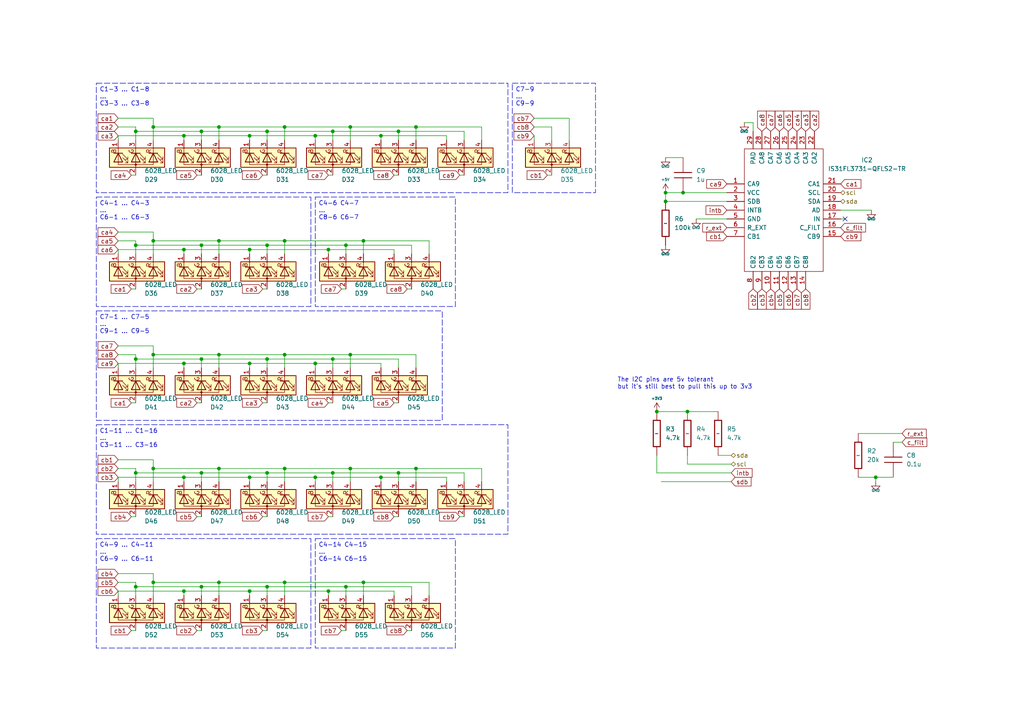
<source format=kicad_sch>
(kicad_sch (version 20230121) (generator eeschema)
  (paper "A4")
  (lib_symbols
    (symbol "Device:LED_BAGR" (pin_names (offset 0) hide)
      (property "Reference" "D" (at 0 9.398 0))
      (property "Value" "LED_BAGR" (at 0 -8.89 0))
      (symbol "LED_BAGR_0_0"
        (text "B" (at -1.905 -6.35 0) (effects (font (size 1.27 1.27))))
        (text "G" (at -1.905 -1.27 0) (effects (font (size 1.27 1.27))))
        (text "R" (at -1.905 3.81 0) (effects (font (size 1.27 1.27))))
      )
      (symbol "LED_BAGR_0_1"
        (polyline (pts (xy -1.27 -5.08) (xy -2.54 -5.08)))
        (polyline (pts (xy -1.27 -5.08) (xy 1.27 -5.08)))
        (polyline (pts (xy -1.27 -3.81) (xy -1.27 -6.35)) (stroke (width 0.254)))
        (polyline (pts (xy -1.27 0) (xy -2.54 0)))
        (polyline (pts (xy -1.27 1.27) (xy -1.27 -1.27)) (stroke (width 0.254)))
        (polyline (pts (xy -1.27 5.08) (xy -2.54 5.08)))
        (polyline (pts (xy -1.27 5.08) (xy 1.27 5.08)))
        (polyline (pts (xy -1.27 6.35) (xy -1.27 3.81)) (stroke (width 0.254)))
        (polyline (pts (xy 1.27 0) (xy -1.27 0)))
        (polyline (pts (xy 1.27 0) (xy 2.54 0)))
        (polyline (pts (xy -1.27 1.27) (xy -1.27 -1.27) (xy -1.27 -1.27)))
        (polyline (pts (xy -1.27 6.35) (xy -1.27 3.81) (xy -1.27 3.81)))
        (polyline (pts (xy 1.27 -5.08) (xy 2.032 -5.08) (xy 2.032 5.08) (xy 1.27 5.08)))
        (polyline (pts (xy 1.27 -3.81) (xy 1.27 -6.35) (xy -1.27 -5.08) (xy 1.27 -3.81)) (stroke (width 0.254)))
        (polyline (pts (xy 1.27 1.27) (xy 1.27 -1.27) (xy -1.27 0) (xy 1.27 1.27)) (stroke (width 0.254)))
        (polyline (pts (xy 1.27 6.35) (xy 1.27 3.81) (xy -1.27 5.08) (xy 1.27 6.35)) (stroke (width 0.254)))
        (polyline (pts (xy -1.016 -3.81) (xy 0.508 -2.286) (xy -0.254 -2.286) (xy 0.508 -2.286) (xy 0.508 -3.048)))
        (polyline (pts (xy -1.016 1.27) (xy 0.508 2.794) (xy -0.254 2.794) (xy 0.508 2.794) (xy 0.508 2.032)))
        (polyline (pts (xy -1.016 6.35) (xy 0.508 7.874) (xy -0.254 7.874) (xy 0.508 7.874) (xy 0.508 7.112)))
        (polyline (pts (xy 0 -3.81) (xy 1.524 -2.286) (xy 0.762 -2.286) (xy 1.524 -2.286) (xy 1.524 -3.048)))
        (polyline (pts (xy 0 1.27) (xy 1.524 2.794) (xy 0.762 2.794) (xy 1.524 2.794) (xy 1.524 2.032)))
        (polyline (pts (xy 0 6.35) (xy 1.524 7.874) (xy 0.762 7.874) (xy 1.524 7.874) (xy 1.524 7.112)))
        (rectangle (start 1.27 -1.27) (end 1.27 1.27))
        (rectangle (start 1.27 1.27) (end 1.27 1.27))
        (rectangle (start 1.27 3.81) (end 1.27 6.35))
        (rectangle (start 1.27 6.35) (end 1.27 6.35))
        (circle (center 2.032 0) (radius 0.254) (fill (type outline)))
        (rectangle (start 2.794 8.382) (end -2.794 -7.62) (stroke (width 0.254)) (fill (type background)))
      )
      (symbol "LED_BAGR_1_1"
        (pin passive line (at -5.08 -5.08 0) (length 2.54) (name "BK") (number "1"))
        (pin passive line (at 5.08 0 180) (length 2.54) (name "A") (number "2"))
        (pin passive line (at -5.08 0 0) (length 2.54) (name "GK") (number "3"))
        (pin passive line (at -5.08 5.08 0) (length 2.54) (name "RK") (number "4"))
      )
    )
    (symbol "IS31FL3731-QFLS2-TR:IS31FL3731-QFLS2-TR" (pin_names (offset 0.762))
      (property "Reference" "IC" (at 29.21 15.24 0))
      (property "Value" "IS31FL3731-QFLS2-TR" (at 29.21 12.7 0))
      (symbol "IS31FL3731-QFLS2-TR_0_0"
        (pin passive line (at 0 0 0) (length 5.08) (name "CA9") (number "1"))
        (pin passive line (at 12.7 -30.48 90) (length 5.08) (name "CB4") (number "10"))
        (pin passive line (at 15.24 -30.48 90) (length 5.08) (name "CB5") (number "11"))
        (pin passive line (at 17.78 -30.48 90) (length 5.08) (name "CB6") (number "12"))
        (pin passive line (at 20.32 -30.48 90) (length 5.08) (name "CB7") (number "13"))
        (pin passive line (at 22.86 -30.48 90) (length 5.08) (name "CB8") (number "14"))
        (pin passive line (at 33.02 -15.24 180) (length 5.08) (name "CB9") (number "15"))
        (pin passive line (at 33.02 -12.7 180) (length 5.08) (name "C_FILT") (number "16"))
        (pin passive line (at 33.02 -10.16 180) (length 5.08) (name "IN") (number "17"))
        (pin passive line (at 33.02 -7.62 180) (length 5.08) (name "AD") (number "18"))
        (pin passive line (at 33.02 -5.08 180) (length 5.08) (name "SDA") (number "19"))
        (pin passive line (at 0 -2.54 0) (length 5.08) (name "VCC") (number "2"))
        (pin passive line (at 33.02 -2.54 180) (length 5.08) (name "SCL") (number "20"))
        (pin passive line (at 33.02 0 180) (length 5.08) (name "CA1") (number "21"))
        (pin passive line (at 25.4 15.24 270) (length 5.08) (name "CA2") (number "22"))
        (pin passive line (at 22.86 15.24 270) (length 5.08) (name "CA3") (number "23"))
        (pin passive line (at 20.32 15.24 270) (length 5.08) (name "CA4") (number "24"))
        (pin passive line (at 17.78 15.24 270) (length 5.08) (name "CA5") (number "25"))
        (pin passive line (at 15.24 15.24 270) (length 5.08) (name "CA6") (number "26"))
        (pin passive line (at 12.7 15.24 270) (length 5.08) (name "CA7") (number "27"))
        (pin passive line (at 10.16 15.24 270) (length 5.08) (name "CA8") (number "28"))
        (pin passive line (at 7.62 15.24 270) (length 5.08) (name "PAD") (number "29"))
        (pin passive line (at 0 -5.08 0) (length 5.08) (name "SDB") (number "3"))
        (pin passive line (at 0 -7.62 0) (length 5.08) (name "INTB") (number "4"))
        (pin passive line (at 0 -10.16 0) (length 5.08) (name "GND") (number "5"))
        (pin passive line (at 0 -12.7 0) (length 5.08) (name "R_EXT") (number "6"))
        (pin passive line (at 0 -15.24 0) (length 5.08) (name "CB1") (number "7"))
        (pin passive line (at 7.62 -30.48 90) (length 5.08) (name "CB2") (number "8"))
        (pin passive line (at 10.16 -30.48 90) (length 5.08) (name "CB3") (number "9"))
      )
      (symbol "IS31FL3731-QFLS2-TR_0_1"
        (polyline (pts (xy 5.08 10.16) (xy 27.94 10.16) (xy 27.94 -25.4) (xy 5.08 -25.4) (xy 5.08 10.16)) (stroke (width 0.1524)))
      )
    )
    (symbol "keyboard_parts:C" (pin_numbers hide) (pin_names (offset 0.254))
      (property "Reference" "C" (at 1.27 2.54 0))
      (property "Value" "C" (at 1.27 -2.54 0))
      (symbol "C_0_1"
        (polyline (pts (xy -2.54 -0.762) (xy 2.54 -0.762)) (stroke (width 0.254)))
        (polyline (pts (xy -2.54 0.762) (xy 2.54 0.762)) (stroke (width 0.254)))
      )
      (symbol "C_1_1"
        (pin passive line (at 0 5.08 270) (length 4.318) (name "~") (number "1"))
        (pin passive line (at 0 -5.08 90) (length 4.318) (name "~") (number "2"))
      )
    )
    (symbol "keyboard_parts:R" (pin_numbers hide) (pin_names (offset 0))
      (property "Reference" "R" (at 2.032 0 90))
      (property "Value" "R" (at 0 0 90))
      (symbol "R_0_1"
        (rectangle (start -1.016 3.81) (end 1.016 -3.81) (stroke (width 0.3048)))
      )
      (symbol "R_1_1"
        (pin passive line (at 0 6.35 270) (length 2.54) (name "~") (number "1"))
        (pin passive line (at 0 -6.35 90) (length 2.54) (name "~") (number "2"))
      )
    )
    (symbol "power:+3V3" (power) (pin_names (offset 0))
      (property "Value" "+3V3" (at 0 3.556 0))
      (symbol "+3V3_0_1"
        (polyline (pts (xy -0.762 1.27) (xy 0 2.54)))
        (polyline (pts (xy 0 0) (xy 0 2.54)))
        (polyline (pts (xy 0 2.54) (xy 0.762 1.27)))
      )
      (symbol "+3V3_1_1"
        (pin power_in line (at 0 0 90) (length 0) hide (name "+3V3") (number "1"))
      )
    )
    (symbol "power:+5V" (power) (pin_names (offset 0))
      (property "Value" "+5V" (at 0 3.556 0))
      (symbol "+5V_0_1"
        (polyline (pts (xy -0.762 1.27) (xy 0 2.54)))
        (polyline (pts (xy 0 0) (xy 0 2.54)))
        (polyline (pts (xy 0 2.54) (xy 0.762 1.27)))
      )
      (symbol "+5V_1_1"
        (pin power_in line (at 0 0 90) (length 0) hide (name "+5V") (number "1"))
      )
    )
    (symbol "power:GND" (power) (pin_names (offset 0))
      (property "Value" "GND" (at 0 -3.81 0))
      (symbol "GND_0_1"
        (polyline (pts (xy 0 0) (xy 0 -1.27) (xy 1.27 -1.27) (xy 0 -2.54) (xy -1.27 -1.27) (xy 0 -1.27)))
      )
      (symbol "GND_1_1"
        (pin power_in line (at 0 0 270) (length 0) hide (name "GND") (number "1"))
      )
    )
  )
  (junction (at 115.57 137.16))
  (junction (at 53.34 39.37))
  (junction (at 39.37 104.14))
  (junction (at 44.45 168.91))
  (junction (at 44.45 102.87))
  (junction (at 96.52 104.14))
  (junction (at 199.39 119.38))
  (junction (at 82.55 102.87))
  (junction (at 39.37 137.16))
  (junction (at 193.04 55.88))
  (junction (at 115.57 38.1))
  (junction (at 58.42 170.18))
  (junction (at 53.34 171.45))
  (junction (at 91.44 39.37))
  (junction (at 77.47 38.1))
  (junction (at 63.5 36.83))
  (junction (at 58.42 104.14))
  (junction (at 82.55 36.83))
  (junction (at 63.5 102.87))
  (junction (at 101.6 36.83))
  (junction (at 96.52 137.16))
  (junction (at 82.55 135.89))
  (junction (at 39.37 170.18))
  (junction (at 58.42 71.12))
  (junction (at 63.5 69.85))
  (junction (at 82.55 69.85))
  (junction (at 77.47 71.12))
  (junction (at 95.25 171.45))
  (junction (at 72.39 138.43))
  (junction (at 110.49 39.37))
  (junction (at 198.12 55.88))
  (junction (at 96.52 38.1))
  (junction (at 105.41 168.91))
  (junction (at 53.34 72.39))
  (junction (at 101.6 102.87))
  (junction (at 39.37 71.12))
  (junction (at 63.5 168.91))
  (junction (at 77.47 137.16))
  (junction (at 101.6 135.89))
  (junction (at 58.42 137.16))
  (junction (at 63.5 135.89))
  (junction (at 72.39 171.45))
  (junction (at 72.39 72.39))
  (junction (at 190.5 119.38))
  (junction (at 44.45 69.85))
  (junction (at 72.39 39.37))
  (junction (at 53.34 105.41))
  (junction (at 44.45 36.83))
  (junction (at 91.44 138.43))
  (junction (at 95.25 72.39))
  (junction (at 72.39 105.41))
  (junction (at 77.47 170.18))
  (junction (at 193.04 58.42))
  (junction (at 100.33 170.18))
  (junction (at 58.42 38.1))
  (junction (at 120.65 135.89))
  (junction (at 110.49 138.43))
  (junction (at 91.44 105.41))
  (junction (at 53.34 138.43))
  (junction (at 82.55 168.91))
  (junction (at 39.37 38.1))
  (junction (at 77.47 104.14))
  (junction (at 254 138.43))
  (junction (at 120.65 36.83))
  (junction (at 100.33 71.12))
  (junction (at 44.45 135.89))
  (junction (at 105.41 69.85))
  (no_connect (at 245.11 63.5))
  (wire (pts (xy 129.54 39.37) (xy 129.54 40.64)))
  (wire (pts (xy 57.15 50.8) (xy 58.42 50.8)))
  (wire (pts (xy 190.5 119.38) (xy 199.39 119.38)))
  (wire (pts (xy 118.11 83.82) (xy 119.38 83.82)))
  (wire (pts (xy 44.45 135.89) (xy 44.45 139.7)))
  (wire (pts (xy 58.42 104.14) (xy 58.42 106.68)))
  (wire (pts (xy 39.37 69.85) (xy 39.37 71.12)))
  (wire (pts (xy 199.39 134.62) (xy 212.09 134.62)))
  (wire (pts (xy 96.52 137.16) (xy 96.52 139.7)))
  (wire (pts (xy 114.3 72.39) (xy 114.3 73.66)))
  (wire (pts (xy 53.34 105.41) (xy 72.39 105.41)))
  (wire (pts (xy 193.04 55.88) (xy 198.12 55.88)))
  (wire (pts (xy 91.44 138.43) (xy 91.44 139.7)))
  (wire (pts (xy 53.34 105.41) (xy 53.34 106.68)))
  (wire (pts (xy 34.29 138.43) (xy 34.29 139.7)))
  (wire (pts (xy 105.41 168.91) (xy 124.46 168.91)))
  (wire (pts (xy 39.37 135.89) (xy 39.37 137.16)))
  (wire (pts (xy 120.65 36.83) (xy 139.7 36.83)))
  (wire (pts (xy 129.54 138.43) (xy 129.54 139.7)))
  (wire (pts (xy 82.55 69.85) (xy 105.41 69.85)))
  (wire (pts (xy 100.33 170.18) (xy 119.38 170.18)))
  (wire (pts (xy 77.47 104.14) (xy 77.47 106.68)))
  (wire (pts (xy 82.55 168.91) (xy 82.55 172.72)))
  (wire (pts (xy 119.38 71.12) (xy 119.38 73.66)))
  (wire (pts (xy 34.29 135.89) (xy 39.37 135.89)))
  (wire (pts (xy 124.46 69.85) (xy 124.46 73.66)))
  (wire (pts (xy 58.42 170.18) (xy 77.47 170.18)))
  (wire (pts (xy 34.29 105.41) (xy 53.34 105.41)))
  (wire (pts (xy 39.37 38.1) (xy 58.42 38.1)))
  (wire (pts (xy 38.1 116.84) (xy 39.37 116.84)))
  (wire (pts (xy 63.5 168.91) (xy 82.55 168.91)))
  (wire (pts (xy 38.1 149.86) (xy 39.37 149.86)))
  (wire (pts (xy 101.6 102.87) (xy 120.65 102.87)))
  (wire (pts (xy 63.5 135.89) (xy 63.5 139.7)))
  (wire (pts (xy 193.04 45.72) (xy 198.12 45.72)))
  (wire (pts (xy 254 138.43) (xy 248.92 138.43)))
  (wire (pts (xy 115.57 137.16) (xy 115.57 139.7)))
  (wire (pts (xy 39.37 170.18) (xy 39.37 172.72)))
  (wire (pts (xy 63.5 69.85) (xy 63.5 73.66)))
  (wire (pts (xy 198.12 55.88) (xy 210.82 55.88)))
  (wire (pts (xy 133.35 50.8) (xy 134.62 50.8)))
  (wire (pts (xy 44.45 133.35) (xy 44.45 135.89)))
  (wire (pts (xy 105.41 168.91) (xy 105.41 172.72)))
  (wire (pts (xy 77.47 38.1) (xy 96.52 38.1)))
  (wire (pts (xy 76.2 50.8) (xy 77.47 50.8)))
  (wire (pts (xy 44.45 166.37) (xy 44.45 168.91)))
  (wire (pts (xy 53.34 39.37) (xy 72.39 39.37)))
  (wire (pts (xy 57.15 116.84) (xy 58.42 116.84)))
  (wire (pts (xy 77.47 38.1) (xy 77.47 40.64)))
  (wire (pts (xy 53.34 39.37) (xy 53.34 40.64)))
  (wire (pts (xy 76.2 116.84) (xy 77.47 116.84)))
  (wire (pts (xy 210.82 58.42) (xy 193.04 58.42)))
  (wire (pts (xy 101.6 135.89) (xy 101.6 139.7)))
  (wire (pts (xy 44.45 36.83) (xy 63.5 36.83)))
  (wire (pts (xy 215.9 35.56) (xy 218.44 35.56)))
  (wire (pts (xy 154.94 36.83) (xy 160.02 36.83)))
  (wire (pts (xy 160.02 36.83) (xy 160.02 40.64)))
  (wire (pts (xy 82.55 69.85) (xy 82.55 73.66)))
  (wire (pts (xy 72.39 39.37) (xy 72.39 40.64)))
  (wire (pts (xy 208.28 132.08) (xy 212.09 132.08)))
  (wire (pts (xy 101.6 36.83) (xy 101.6 40.64)))
  (wire (pts (xy 82.55 135.89) (xy 101.6 135.89)))
  (wire (pts (xy 44.45 102.87) (xy 63.5 102.87)))
  (wire (pts (xy 76.2 149.86) (xy 77.47 149.86)))
  (wire (pts (xy 91.44 138.43) (xy 110.49 138.43)))
  (wire (pts (xy 53.34 171.45) (xy 53.34 172.72)))
  (wire (pts (xy 105.41 69.85) (xy 124.46 69.85)))
  (wire (pts (xy 77.47 104.14) (xy 96.52 104.14)))
  (wire (pts (xy 57.15 149.86) (xy 58.42 149.86)))
  (wire (pts (xy 248.92 125.73) (xy 261.62 125.73)))
  (wire (pts (xy 34.29 72.39) (xy 34.29 73.66)))
  (wire (pts (xy 34.29 72.39) (xy 53.34 72.39)))
  (wire (pts (xy 254 138.43) (xy 259.08 138.43)))
  (wire (pts (xy 72.39 171.45) (xy 95.25 171.45)))
  (wire (pts (xy 95.25 171.45) (xy 95.25 172.72)))
  (wire (pts (xy 39.37 168.91) (xy 39.37 170.18)))
  (wire (pts (xy 114.3 116.84) (xy 115.57 116.84)))
  (wire (pts (xy 34.29 34.29) (xy 44.45 34.29)))
  (wire (pts (xy 120.65 135.89) (xy 120.65 139.7)))
  (wire (pts (xy 72.39 105.41) (xy 72.39 106.68)))
  (wire (pts (xy 34.29 133.35) (xy 44.45 133.35)))
  (wire (pts (xy 115.57 137.16) (xy 134.62 137.16)))
  (wire (pts (xy 119.38 170.18) (xy 119.38 172.72)))
  (wire (pts (xy 115.57 38.1) (xy 115.57 40.64)))
  (wire (pts (xy 34.29 67.31) (xy 44.45 67.31)))
  (wire (pts (xy 96.52 104.14) (xy 115.57 104.14)))
  (wire (pts (xy 38.1 83.82) (xy 39.37 83.82)))
  (wire (pts (xy 96.52 38.1) (xy 96.52 40.64)))
  (wire (pts (xy 77.47 71.12) (xy 100.33 71.12)))
  (wire (pts (xy 95.25 50.8) (xy 96.52 50.8)))
  (wire (pts (xy 95.25 72.39) (xy 114.3 72.39)))
  (wire (pts (xy 53.34 138.43) (xy 53.34 139.7)))
  (wire (pts (xy 63.5 69.85) (xy 82.55 69.85)))
  (wire (pts (xy 34.29 166.37) (xy 44.45 166.37)))
  (wire (pts (xy 58.42 71.12) (xy 58.42 73.66)))
  (wire (pts (xy 53.34 72.39) (xy 72.39 72.39)))
  (wire (pts (xy 44.45 168.91) (xy 44.45 172.72)))
  (wire (pts (xy 82.55 102.87) (xy 101.6 102.87)))
  (wire (pts (xy 77.47 170.18) (xy 100.33 170.18)))
  (wire (pts (xy 139.7 36.83) (xy 139.7 40.64)))
  (wire (pts (xy 110.49 39.37) (xy 110.49 40.64)))
  (wire (pts (xy 44.45 69.85) (xy 63.5 69.85)))
  (wire (pts (xy 58.42 38.1) (xy 77.47 38.1)))
  (wire (pts (xy 243.84 60.96) (xy 252.73 60.96)))
  (wire (pts (xy 58.42 71.12) (xy 77.47 71.12)))
  (wire (pts (xy 53.34 72.39) (xy 53.34 73.66)))
  (wire (pts (xy 199.39 119.38) (xy 208.28 119.38)))
  (wire (pts (xy 120.65 102.87) (xy 120.65 106.68)))
  (wire (pts (xy 77.47 137.16) (xy 77.47 139.7)))
  (wire (pts (xy 44.45 67.31) (xy 44.45 69.85)))
  (wire (pts (xy 53.34 138.43) (xy 72.39 138.43)))
  (wire (pts (xy 99.06 182.88) (xy 100.33 182.88)))
  (wire (pts (xy 124.46 168.91) (xy 124.46 172.72)))
  (wire (pts (xy 100.33 71.12) (xy 100.33 73.66)))
  (wire (pts (xy 77.47 71.12) (xy 77.47 73.66)))
  (wire (pts (xy 39.37 71.12) (xy 39.37 73.66)))
  (wire (pts (xy 95.25 116.84) (xy 96.52 116.84)))
  (wire (pts (xy 72.39 72.39) (xy 72.39 73.66)))
  (wire (pts (xy 44.45 34.29) (xy 44.45 36.83)))
  (wire (pts (xy 34.29 138.43) (xy 53.34 138.43)))
  (wire (pts (xy 115.57 104.14) (xy 115.57 106.68)))
  (wire (pts (xy 134.62 38.1) (xy 134.62 40.64)))
  (wire (pts (xy 63.5 102.87) (xy 63.5 106.68)))
  (wire (pts (xy 190.5 137.16) (xy 212.09 137.16)))
  (wire (pts (xy 95.25 149.86) (xy 96.52 149.86)))
  (wire (pts (xy 101.6 102.87) (xy 101.6 106.68)))
  (wire (pts (xy 38.1 50.8) (xy 39.37 50.8)))
  (wire (pts (xy 72.39 138.43) (xy 72.39 139.7)))
  (wire (pts (xy 44.45 100.33) (xy 44.45 102.87)))
  (wire (pts (xy 57.15 182.88) (xy 58.42 182.88)))
  (wire (pts (xy 63.5 168.91) (xy 63.5 172.72)))
  (wire (pts (xy 57.15 83.82) (xy 58.42 83.82)))
  (wire (pts (xy 101.6 135.89) (xy 120.65 135.89)))
  (wire (pts (xy 38.1 182.88) (xy 39.37 182.88)))
  (wire (pts (xy 58.42 38.1) (xy 58.42 40.64)))
  (wire (pts (xy 91.44 39.37) (xy 110.49 39.37)))
  (wire (pts (xy 193.04 58.42) (xy 193.04 55.88)))
  (wire (pts (xy 58.42 170.18) (xy 58.42 172.72)))
  (wire (pts (xy 39.37 137.16) (xy 58.42 137.16)))
  (wire (pts (xy 99.06 83.82) (xy 100.33 83.82)))
  (wire (pts (xy 34.29 69.85) (xy 39.37 69.85)))
  (wire (pts (xy 72.39 138.43) (xy 91.44 138.43)))
  (wire (pts (xy 100.33 71.12) (xy 119.38 71.12)))
  (wire (pts (xy 63.5 36.83) (xy 63.5 40.64)))
  (wire (pts (xy 82.55 36.83) (xy 101.6 36.83)))
  (wire (pts (xy 34.29 102.87) (xy 39.37 102.87)))
  (wire (pts (xy 39.37 170.18) (xy 58.42 170.18)))
  (wire (pts (xy 58.42 104.14) (xy 77.47 104.14)))
  (wire (pts (xy 34.29 36.83) (xy 39.37 36.83)))
  (wire (pts (xy 218.44 35.56) (xy 218.44 38.1)))
  (wire (pts (xy 199.39 132.08) (xy 199.39 134.62)))
  (wire (pts (xy 39.37 36.83) (xy 39.37 38.1)))
  (wire (pts (xy 44.45 69.85) (xy 44.45 73.66)))
  (wire (pts (xy 190.5 132.08) (xy 190.5 137.16)))
  (wire (pts (xy 243.84 63.5) (xy 245.11 63.5)))
  (wire (pts (xy 259.08 128.27) (xy 261.62 128.27)))
  (wire (pts (xy 114.3 50.8) (xy 115.57 50.8)))
  (wire (pts (xy 139.7 135.89) (xy 139.7 139.7)))
  (wire (pts (xy 96.52 104.14) (xy 96.52 106.68)))
  (wire (pts (xy 34.29 105.41) (xy 34.29 106.68)))
  (wire (pts (xy 95.25 72.39) (xy 95.25 73.66)))
  (wire (pts (xy 44.45 102.87) (xy 44.45 106.68)))
  (wire (pts (xy 100.33 170.18) (xy 100.33 172.72)))
  (wire (pts (xy 34.29 100.33) (xy 44.45 100.33)))
  (wire (pts (xy 114.3 149.86) (xy 115.57 149.86)))
  (wire (pts (xy 39.37 71.12) (xy 58.42 71.12)))
  (wire (pts (xy 63.5 135.89) (xy 82.55 135.89)))
  (wire (pts (xy 114.3 171.45) (xy 114.3 172.72)))
  (wire (pts (xy 82.55 168.91) (xy 105.41 168.91)))
  (wire (pts (xy 158.75 50.8) (xy 160.02 50.8)))
  (wire (pts (xy 72.39 39.37) (xy 91.44 39.37)))
  (wire (pts (xy 96.52 137.16) (xy 115.57 137.16)))
  (wire (pts (xy 133.35 149.86) (xy 134.62 149.86)))
  (wire (pts (xy 39.37 38.1) (xy 39.37 40.64)))
  (wire (pts (xy 82.55 135.89) (xy 82.55 139.7)))
  (wire (pts (xy 254 138.43) (xy 254 139.7)))
  (wire (pts (xy 95.25 171.45) (xy 114.3 171.45)))
  (wire (pts (xy 154.94 39.37) (xy 154.94 40.64)))
  (wire (pts (xy 134.62 137.16) (xy 134.62 139.7)))
  (wire (pts (xy 115.57 38.1) (xy 134.62 38.1)))
  (wire (pts (xy 110.49 138.43) (xy 110.49 139.7)))
  (wire (pts (xy 34.29 171.45) (xy 53.34 171.45)))
  (wire (pts (xy 105.41 69.85) (xy 105.41 73.66)))
  (wire (pts (xy 82.55 102.87) (xy 82.55 106.68)))
  (wire (pts (xy 76.2 83.82) (xy 77.47 83.82)))
  (wire (pts (xy 120.65 36.83) (xy 120.65 40.64)))
  (wire (pts (xy 96.52 38.1) (xy 115.57 38.1)))
  (wire (pts (xy 58.42 137.16) (xy 58.42 139.7)))
  (wire (pts (xy 77.47 137.16) (xy 96.52 137.16)))
  (wire (pts (xy 110.49 105.41) (xy 110.49 106.68)))
  (wire (pts (xy 77.47 170.18) (xy 77.47 172.72)))
  (wire (pts (xy 34.29 171.45) (xy 34.29 172.72)))
  (wire (pts (xy 39.37 104.14) (xy 58.42 104.14)))
  (wire (pts (xy 44.45 168.91) (xy 63.5 168.91)))
  (wire (pts (xy 191.77 139.7) (xy 212.09 139.7)))
  (wire (pts (xy 110.49 39.37) (xy 129.54 39.37)))
  (wire (pts (xy 91.44 39.37) (xy 91.44 40.64)))
  (wire (pts (xy 34.29 39.37) (xy 53.34 39.37)))
  (wire (pts (xy 58.42 137.16) (xy 77.47 137.16)))
  (wire (pts (xy 53.34 171.45) (xy 72.39 171.45)))
  (wire (pts (xy 82.55 36.83) (xy 82.55 40.64)))
  (wire (pts (xy 110.49 138.43) (xy 129.54 138.43)))
  (wire (pts (xy 101.6 36.83) (xy 120.65 36.83)))
  (wire (pts (xy 91.44 105.41) (xy 91.44 106.68)))
  (wire (pts (xy 118.11 182.88) (xy 119.38 182.88)))
  (wire (pts (xy 34.29 39.37) (xy 34.29 40.64)))
  (wire (pts (xy 76.2 182.88) (xy 77.47 182.88)))
  (wire (pts (xy 44.45 36.83) (xy 44.45 40.64)))
  (wire (pts (xy 72.39 72.39) (xy 95.25 72.39)))
  (wire (pts (xy 39.37 137.16) (xy 39.37 139.7)))
  (wire (pts (xy 44.45 135.89) (xy 63.5 135.89)))
  (wire (pts (xy 63.5 36.83) (xy 82.55 36.83)))
  (wire (pts (xy 63.5 102.87) (xy 82.55 102.87)))
  (wire (pts (xy 120.65 135.89) (xy 139.7 135.89)))
  (wire (pts (xy 72.39 105.41) (xy 91.44 105.41)))
  (wire (pts (xy 91.44 105.41) (xy 110.49 105.41)))
  (wire (pts (xy 165.1 34.29) (xy 165.1 40.64)))
  (wire (pts (xy 201.93 63.5) (xy 210.82 63.5)))
  (wire (pts (xy 154.94 34.29) (xy 165.1 34.29)))
  (wire (pts (xy 39.37 102.87) (xy 39.37 104.14)))
  (wire (pts (xy 72.39 171.45) (xy 72.39 172.72)))
  (wire (pts (xy 34.29 168.91) (xy 39.37 168.91)))
  (wire (pts (xy 39.37 104.14) (xy 39.37 106.68)))
  (text_box "C1-11 ... C1-16\n...\nC3-11 ... C3-16\n" (at 27.94 123.19 0) (size 119.38 31.75) (stroke (width 0) (type dash)) (effects (font (size 1.27 1.27)) (justify left top)))
  (text_box "C7-1 ... C7-5\n...\nC9-1 ... C9-5" (at 27.94 90.17 0) (size 100.33 31.75) (stroke (width 0) (type dash)) (effects (font (size 1.27 1.27)) (justify left top)))
  (text_box "C4-14 C4-15\n...\nC6-14 C6-15" (at 91.44 156.21 0) (size 40.64 31.75) (stroke (width 0) (type dash)) (effects (font (size 1.27 1.27)) (justify left top)))
  (text_box "C1-3 ... C1-8\n...\nC3-3 ... C3-8\n" (at 27.94 24.13 0) (size 119.38 31.75) (stroke (width 0) (type dash)) (effects (font (size 1.27 1.27)) (justify left top)))
  (text_box "C4-6 C4-7\n...\nC8-6 C6-7" (at 91.44 57.15 0) (size 40.64 31.75) (stroke (width 0) (type dash)) (effects (font (size 1.27 1.27)) (justify left top)))
  (text_box "C4-1 ... C4-3\n...\nC6-1 ... C6-3" (at 27.94 57.15 0) (size 62.23 31.75) (stroke (width 0) (type dash)) (effects (font (size 1.27 1.27)) (justify left top)))
  (text_box "C7-9\n...\nC9-9" (at 148.59 24.13 0) (size 24.13 31.75) (stroke (width 0) (type dash)) (effects (font (size 1.27 1.27)) (justify left top)))
  (text_box "C4-9 ... C4-11\n...\nC6-9 ... C6-11" (at 27.94 156.21 0) (size 62.23 31.75) (stroke (width 0) (type dash)) (effects (font (size 1.27 1.27)) (justify left top)))
  (text "The I2C pins are 5v tolerant\nbut it's still best to pull this up to 3v3" (at 179.07 113.03 0) (effects (font (size 1.27 1.27)) (justify left bottom)))
  (global_label "cb3" (shape input) (at 76.2 182.88 180) (property "Intersheetrefs" "${INTERSHEET_REFS}" (effects hide)))
  (global_label "ca1" (shape input) (at 38.1 83.82 180) (property "Intersheetrefs" "${INTERSHEET_REFS}" (effects hide)))
  (global_label "ca9" (shape input) (at 210.82 53.34 180) (property "Intersheetrefs" "${INTERSHEET_REFS}" (effects hide)))
  (global_label "cb8" (shape input) (at 233.68 83.82 270) (property "Intersheetrefs" "${INTERSHEET_REFS}" (effects hide)))
  (global_label "cb5" (shape input) (at 226.06 83.82 270) (property "Intersheetrefs" "${INTERSHEET_REFS}" (effects hide)))
  (global_label "cb1" (shape input) (at 34.29 133.35 180) (property "Intersheetrefs" "${INTERSHEET_REFS}" (effects hide)))
  (global_label "ca4" (shape input) (at 34.29 67.31 180) (property "Intersheetrefs" "${INTERSHEET_REFS}" (effects hide)))
  (global_label "r_ext" (shape input) (at 210.82 66.04 180) (property "Intersheetrefs" "${INTERSHEET_REFS}" (effects hide)))
  (global_label "cb1" (shape input) (at 38.1 182.88 180) (property "Intersheetrefs" "${INTERSHEET_REFS}" (effects hide)))
  (global_label "cb2" (shape input) (at 34.29 135.89 180) (property "Intersheetrefs" "${INTERSHEET_REFS}" (effects hide)))
  (global_label "ca8" (shape input) (at 118.11 83.82 180) (property "Intersheetrefs" "${INTERSHEET_REFS}" (effects hide)))
  (global_label "ca4" (shape input) (at 95.25 116.84 180) (property "Intersheetrefs" "${INTERSHEET_REFS}" (effects hide)))
  (global_label "ca8" (shape input) (at 34.29 102.87 180) (property "Intersheetrefs" "${INTERSHEET_REFS}" (effects hide)))
  (global_label "cb4" (shape input) (at 223.52 83.82 270) (property "Intersheetrefs" "${INTERSHEET_REFS}" (effects hide)))
  (global_label "ca6" (shape input) (at 226.06 38.1 90) (property "Intersheetrefs" "${INTERSHEET_REFS}" (effects hide)))
  (global_label "intb" (shape input) (at 212.09 137.16 0) (property "Intersheetrefs" "${INTERSHEET_REFS}" (effects hide)))
  (global_label "intb" (shape input) (at 210.82 60.96 180) (property "Intersheetrefs" "${INTERSHEET_REFS}" (effects hide)))
  (global_label "cb3" (shape input) (at 220.98 83.82 270) (property "Intersheetrefs" "${INTERSHEET_REFS}" (effects hide)))
  (global_label "ca7" (shape input) (at 34.29 100.33 180) (property "Intersheetrefs" "${INTERSHEET_REFS}" (effects hide)))
  (global_label "cb8" (shape input) (at 154.94 36.83 180) (property "Intersheetrefs" "${INTERSHEET_REFS}" (effects hide)))
  (global_label "ca4" (shape input) (at 231.14 38.1 90) (property "Intersheetrefs" "${INTERSHEET_REFS}" (effects hide)))
  (global_label "ca3" (shape input) (at 34.29 39.37 180) (property "Intersheetrefs" "${INTERSHEET_REFS}" (effects hide)))
  (global_label "cb6" (shape input) (at 34.29 171.45 180) (property "Intersheetrefs" "${INTERSHEET_REFS}" (effects hide)))
  (global_label "ca2" (shape input) (at 57.15 83.82 180) (property "Intersheetrefs" "${INTERSHEET_REFS}" (effects hide)))
  (global_label "ca3" (shape input) (at 233.68 38.1 90) (property "Intersheetrefs" "${INTERSHEET_REFS}" (effects hide)))
  (global_label "cb9" (shape input) (at 243.84 68.58 0) (property "Intersheetrefs" "${INTERSHEET_REFS}" (effects hide)))
  (global_label "c_filt" (shape input) (at 243.84 66.04 0) (property "Intersheetrefs" "${INTERSHEET_REFS}" (effects hide)))
  (global_label "cb5" (shape input) (at 34.29 168.91 180) (property "Intersheetrefs" "${INTERSHEET_REFS}" (effects hide)))
  (global_label "ca3" (shape input) (at 76.2 83.82 180) (property "Intersheetrefs" "${INTERSHEET_REFS}" (effects hide)))
  (global_label "ca1" (shape input) (at 243.84 53.34 0) (property "Intersheetrefs" "${INTERSHEET_REFS}" (effects hide)))
  (global_label "ca5" (shape input) (at 34.29 69.85 180) (property "Intersheetrefs" "${INTERSHEET_REFS}" (effects hide)))
  (global_label "cb6" (shape input) (at 228.6 83.82 270) (property "Intersheetrefs" "${INTERSHEET_REFS}" (effects hide)))
  (global_label "cb2" (shape input) (at 218.44 83.82 270) (property "Intersheetrefs" "${INTERSHEET_REFS}" (effects hide)))
  (global_label "sdb" (shape input) (at 212.09 139.7 0) (property "Intersheetrefs" "${INTERSHEET_REFS}" (effects hide)))
  (global_label "c_filt" (shape input) (at 261.62 128.27 0) (property "Intersheetrefs" "${INTERSHEET_REFS}" (effects hide)))
  (global_label "ca5" (shape input) (at 228.6 38.1 90) (property "Intersheetrefs" "${INTERSHEET_REFS}" (effects hide)))
  (global_label "ca2" (shape input) (at 236.22 38.1 90) (property "Intersheetrefs" "${INTERSHEET_REFS}" (effects hide)))
  (global_label "cb7" (shape input) (at 95.25 149.86 180) (property "Intersheetrefs" "${INTERSHEET_REFS}" (effects hide)))
  (global_label "ca3" (shape input) (at 76.2 116.84 180) (property "Intersheetrefs" "${INTERSHEET_REFS}" (effects hide)))
  (global_label "ca9" (shape input) (at 34.29 105.41 180) (property "Intersheetrefs" "${INTERSHEET_REFS}" (effects hide)))
  (global_label "cb4" (shape input) (at 34.29 166.37 180) (property "Intersheetrefs" "${INTERSHEET_REFS}" (effects hide)))
  (global_label "cb5" (shape input) (at 57.15 149.86 180) (property "Intersheetrefs" "${INTERSHEET_REFS}" (effects hide)))
  (global_label "cb9" (shape input) (at 154.94 39.37 180) (property "Intersheetrefs" "${INTERSHEET_REFS}" (effects hide)))
  (global_label "cb7" (shape input) (at 231.14 83.82 270) (property "Intersheetrefs" "${INTERSHEET_REFS}" (effects hide)))
  (global_label "cb7" (shape input) (at 154.94 34.29 180) (property "Intersheetrefs" "${INTERSHEET_REFS}" (effects hide)))
  (global_label "ca6" (shape input) (at 34.29 72.39 180) (property "Intersheetrefs" "${INTERSHEET_REFS}" (effects hide)))
  (global_label "ca8" (shape input) (at 114.3 50.8 180) (property "Intersheetrefs" "${INTERSHEET_REFS}" (effects hide)))
  (global_label "cb2" (shape input) (at 57.15 182.88 180) (property "Intersheetrefs" "${INTERSHEET_REFS}" (effects hide)))
  (global_label "ca9" (shape input) (at 133.35 50.8 180) (property "Intersheetrefs" "${INTERSHEET_REFS}" (effects hide)))
  (global_label "ca7" (shape input) (at 223.52 38.1 90) (property "Intersheetrefs" "${INTERSHEET_REFS}" (effects hide)))
  (global_label "ca5" (shape input) (at 114.3 116.84 180) (property "Intersheetrefs" "${INTERSHEET_REFS}" (effects hide)))
  (global_label "ca6" (shape input) (at 76.2 50.8 180) (property "Intersheetrefs" "${INTERSHEET_REFS}" (effects hide)))
  (global_label "ca8" (shape input) (at 220.98 38.1 90) (property "Intersheetrefs" "${INTERSHEET_REFS}" (effects hide)))
  (global_label "cb7" (shape input) (at 99.06 182.88 180) (property "Intersheetrefs" "${INTERSHEET_REFS}" (effects hide)))
  (global_label "ca5" (shape input) (at 57.15 50.8 180) (property "Intersheetrefs" "${INTERSHEET_REFS}" (effects hide)))
  (global_label "cb1" (shape input) (at 158.75 50.8 180) (property "Intersheetrefs" "${INTERSHEET_REFS}" (effects hide)))
  (global_label "cb1" (shape input) (at 210.82 68.58 180) (property "Intersheetrefs" "${INTERSHEET_REFS}" (effects hide)))
  (global_label "cb4" (shape input) (at 38.1 149.86 180) (property "Intersheetrefs" "${INTERSHEET_REFS}" (effects hide)))
  (global_label "cb8" (shape input) (at 118.11 182.88 180) (property "Intersheetrefs" "${INTERSHEET_REFS}" (effects hide)))
  (global_label "ca2" (shape input) (at 57.15 116.84 180) (property "Intersheetrefs" "${INTERSHEET_REFS}" (effects hide)))
  (global_label "ca7" (shape input) (at 99.06 83.82 180) (property "Intersheetrefs" "${INTERSHEET_REFS}" (effects hide)))
  (global_label "ca2" (shape input) (at 34.29 36.83 180) (property "Intersheetrefs" "${INTERSHEET_REFS}" (effects hide)))
  (global_label "cb6" (shape input) (at 76.2 149.86 180) (property "Intersheetrefs" "${INTERSHEET_REFS}" (effects hide)))
  (global_label "ca1" (shape input) (at 34.29 34.29 180) (property "Intersheetrefs" "${INTERSHEET_REFS}" (effects hide)))
  (global_label "r_ext" (shape input) (at 261.62 125.73 0) (property "Intersheetrefs" "${INTERSHEET_REFS}" (effects hide)))
  (global_label "cb9" (shape input) (at 133.35 149.86 180) (property "Intersheetrefs" "${INTERSHEET_REFS}" (effects hide)))
  (global_label "cb3" (shape input) (at 34.29 138.43 180) (property "Intersheetrefs" "${INTERSHEET_REFS}" (effects hide)))
  (global_label "cb8" (shape input) (at 114.3 149.86 180) (property "Intersheetrefs" "${INTERSHEET_REFS}" (effects hide)))
  (global_label "ca1" (shape input) (at 38.1 116.84 180) (property "Intersheetrefs" "${INTERSHEET_REFS}" (effects hide)))
  (global_label "ca7" (shape input) (at 95.25 50.8 180) (property "Intersheetrefs" "${INTERSHEET_REFS}" (effects hide)))
  (global_label "ca4" (shape input) (at 38.1 50.8 180) (property "Intersheetrefs" "${INTERSHEET_REFS}" (effects hide)))
  (hierarchical_label "scl" (shape bidirectional) (at 212.09 134.62 0))
  (hierarchical_label "scl" (shape bidirectional) (at 243.84 55.88 0))
  (hierarchical_label "sda" (shape bidirectional) (at 243.84 58.42 0))
  (hierarchical_label "sda" (shape bidirectional) (at 212.09 132.08 0))
  (symbol (lib_id "Device:LED_BAGR") (at 77.47 78.74 270) (unit 1)
    (property "Reference" "D38" (at 80.01 85.09 90) (effects (justify left)))
    (property "Value" "6028_LED" (at 80.01 82.55 90) (effects (justify left)))
    (property "Footprint" "acheron_Components:LED_RGB_SMD_6028_2.8x3.5mm_Square" (effects hide))
    (instances (project "kingslayer-28" (path "" (reference "D38") (unit 1)) (path "" (reference "D40") (unit 1))))
  )
  (symbol (lib_id "Device:LED_BAGR") (at 58.42 111.76 270) (unit 1)
    (property "Reference" "D42" (at 60.96 118.11 90) (effects (justify left)))
    (property "Value" "6028_LED" (at 60.96 115.57 90) (effects (justify left)))
    (property "Footprint" "acheron_Components:LED_RGB_SMD_6028_2.8x3.5mm_Square" (effects hide))
    (instances (project "kingslayer-28" (path "" (reference "D42") (unit 1)) (path "" (reference "D36") (unit 1))))
  )
  (symbol (lib_id "power:+3V3") (at 190.5 119.38 0) (unit 1)
    (property "Reference" "#PWR018" (effects hide))
    (property "Value" "+3V3" (at 190.5 115.57 0) (effects (font (size 0.762 0.762))))
  )
  (symbol (lib_id "Device:LED_BAGR") (at 96.52 111.76 270) (unit 1)
    (property "Reference" "D44" (at 99.06 118.11 90) (effects (justify left)))
    (property "Value" "6028_LED" (at 99.06 115.57 90) (effects (justify left)))
    (property "Footprint" "acheron_Components:LED_RGB_SMD_6028_2.8x3.5mm_Square" (effects hide))
    (instances (project "kingslayer-28" (path "" (reference "D44") (unit 1)) (path "" (reference "D46") (unit 1))))
  )
  (symbol (lib_id "keyboard_parts:C") (at 259.08 133.35 0) (unit 1)
    (property "Reference" "C8" (at 262.89 132.08 0) (effects (justify left)))
    (property "Value" "0.1u" (at 262.89 134.62 0) (effects (justify left)))
    (property "Footprint" "08053C104KAT2A:CAPC2012X94N" (effects hide))
  )
  (symbol (lib_id "Device:LED_BAGR") (at 58.42 78.74 270) (unit 1)
    (property "Reference" "D37" (at 60.96 85.09 90) (effects (justify left)))
    (property "Value" "6028_LED" (at 60.96 82.55 90) (effects (justify left)))
    (property "Footprint" "acheron_Components:LED_RGB_SMD_6028_2.8x3.5mm_Square" (effects hide))
    (instances (project "kingslayer-28" (path "" (reference "D37") (unit 1)) (path "" (reference "D35") (unit 1))))
  )
  (symbol (lib_id "power:+5V") (at 193.04 55.88 0) (unit 1)
    (property "Reference" "#PWR017" (effects hide))
    (property "Value" "+5V" (at 191.77 52.07 0) (effects (font (size 0.762 0.762)) (justify left)))
  )
  (symbol (lib_id "Device:LED_BAGR") (at 39.37 144.78 270) (unit 1)
    (property "Reference" "D46" (at 41.91 151.13 90) (effects (justify left)))
    (property "Value" "6028_LED" (at 41.91 148.59 90) (effects (justify left)))
    (property "Footprint" "acheron_Components:LED_RGB_SMD_6028_2.8x3.5mm_Square" (effects hide))
    (instances (project "kingslayer-28" (path "" (reference "D46") (unit 1)) (path "" (reference "D32") (unit 1))))
  )
  (symbol (lib_id "Device:LED_BAGR") (at 58.42 45.72 270) (unit 1)
    (property "Reference" "D30" (at 60.96 52.07 90) (effects (justify left)))
    (property "Value" "6028_LED" (at 60.96 49.53 90) (effects (justify left)))
    (property "Footprint" "acheron_Components:LED_RGB_SMD_6028_2.8x3.5mm_Square" (effects hide))
    (instances (project "kingslayer-28" (path "" (reference "D30") (unit 1)) (path "" (reference "D34") (unit 1))))
  )
  (symbol (lib_id "Device:LED_BAGR") (at 39.37 45.72 270) (unit 1)
    (property "Reference" "D29" (at 41.91 52.07 90) (effects (justify left)))
    (property "Value" "6028_LED" (at 41.91 49.53 90) (effects (justify left)))
    (property "Footprint" "acheron_Components:LED_RGB_SMD_6028_2.8x3.5mm_Square" (effects hide))
  )
  (symbol (lib_id "Device:LED_BAGR") (at 100.33 177.8 270) (unit 1)
    (property "Reference" "D55" (at 102.87 184.15 90) (effects (justify left)))
    (property "Value" "6028_LED" (at 102.87 181.61 90) (effects (justify left)))
    (property "Footprint" "acheron_Components:LED_RGB_SMD_6028_2.8x3.5mm_Square" (effects hide))
    (instances (project "kingslayer-28" (path "" (reference "D55") (unit 1)) (path "" (reference "D48") (unit 1))))
  )
  (symbol (lib_id "keyboard_parts:R") (at 193.04 64.77 0) (unit 1)
    (property "Reference" "R6" (at 195.58 63.5 0) (effects (justify left)))
    (property "Value" "100k" (at 195.58 66.04 0) (effects (justify left)))
    (property "Footprint" "RMCF0805JT100K:RESC2012X65N" (effects hide))
    (property "Datasheet" "~" (at 193.04 64.77 0) (effects (font (size 1.524 1.524))))
  )
  (symbol (lib_id "power:GND") (at 193.04 71.12 0) (unit 1)
    (property "Reference" "#PWR019" (effects hide))
    (property "Value" "GND" (at 191.77 73.66 0) (effects (font (size 0.762 0.762)) (justify left)))
  )
  (symbol (lib_id "Device:LED_BAGR") (at 134.62 144.78 270) (unit 1)
    (property "Reference" "D51" (at 137.16 151.13 90) (effects (justify left)))
    (property "Value" "6028_LED" (at 137.16 148.59 90) (effects (justify left)))
    (property "Footprint" "acheron_Components:LED_RGB_SMD_6028_2.8x3.5mm_Square" (effects hide))
    (instances (project "kingslayer-28" (path "" (reference "D51") (unit 1)) (path "" (reference "D55") (unit 1))))
  )
  (symbol (lib_id "Device:LED_BAGR") (at 58.42 177.8 270) (unit 1)
    (property "Reference" "D53" (at 60.96 184.15 90) (effects (justify left)))
    (property "Value" "6028_LED" (at 60.96 181.61 90) (effects (justify left)))
    (property "Footprint" "acheron_Components:LED_RGB_SMD_6028_2.8x3.5mm_Square" (effects hide))
    (instances (project "kingslayer-28" (path "" (reference "D53") (unit 1)) (path "" (reference "D38") (unit 1))))
  )
  (symbol (lib_id "Device:LED_BAGR") (at 119.38 177.8 270) (unit 1)
    (property "Reference" "D56" (at 121.92 184.15 90) (effects (justify left)))
    (property "Value" "6028_LED" (at 121.92 181.61 90) (effects (justify left)))
    (property "Footprint" "acheron_Components:LED_RGB_SMD_6028_2.8x3.5mm_Square" (effects hide))
    (instances (project "kingslayer-28" (path "" (reference "D56") (unit 1)) (path "" (reference "D53") (unit 1))))
  )
  (symbol (lib_id "keyboard_parts:C") (at 198.12 50.8 180) (unit 1)
    (property "Reference" "C9" (at 201.93 49.53 0) (effects (justify right)))
    (property "Value" "1u" (at 201.93 52.07 0) (effects (justify right)))
    (property "Footprint" "Capacitor_SMD:C_0805_2012Metric_Pad1.18x1.45mm_HandSolder" (effects hide))
  )
  (symbol (lib_id "Device:LED_BAGR") (at 39.37 111.76 270) (unit 1)
    (property "Reference" "D41" (at 41.91 118.11 90) (effects (justify left)))
    (property "Value" "6028_LED" (at 41.91 115.57 90) (effects (justify left)))
    (property "Footprint" "acheron_Components:LED_RGB_SMD_6028_2.8x3.5mm_Square" (effects hide))
    (instances (project "kingslayer-28" (path "" (reference "D41") (unit 1)) (path "" (reference "D31") (unit 1))))
  )
  (symbol (lib_id "power:GND") (at 254 139.7 0) (unit 1)
    (property "Reference" "#PWR015" (effects hide))
    (property "Value" "GND" (at 254 142.24 0) (effects (font (size 0.762 0.762))))
  )
  (symbol (lib_id "Device:LED_BAGR") (at 115.57 111.76 270) (unit 1)
    (property "Reference" "D45" (at 118.11 118.11 90) (effects (justify left)))
    (property "Value" "6028_LED" (at 118.11 115.57 90) (effects (justify left)))
    (property "Footprint" "acheron_Components:LED_RGB_SMD_6028_2.8x3.5mm_Square" (effects hide))
    (instances (project "kingslayer-28" (path "" (reference "D45") (unit 1)) (path "" (reference "D51") (unit 1))))
  )
  (symbol (lib_id "Device:LED_BAGR") (at 100.33 78.74 270) (unit 1)
    (property "Reference" "D39" (at 102.87 85.09 90) (effects (justify left)))
    (property "Value" "6028_LED" (at 102.87 82.55 90) (effects (justify left)))
    (property "Footprint" "acheron_Components:LED_RGB_SMD_6028_2.8x3.5mm_Square" (effects hide))
    (instances (project "kingslayer-28" (path "" (reference "D39") (unit 1)) (path "" (reference "D45") (unit 1))))
  )
  (symbol (lib_id "keyboard_parts:R") (at 248.92 132.08 0) (unit 1)
    (property "Reference" "R2" (at 251.46 130.81 0) (effects (justify left)))
    (property "Value" "20k" (at 251.46 133.35 0) (effects (justify left)))
    (property "Footprint" "CR0805-JW-203ELF:RESC2012X60N" (effects hide))
    (property "Datasheet" "~" (at 248.92 132.08 0) (effects (font (size 1.524 1.524))))
  )
  (symbol (lib_id "Device:LED_BAGR") (at 115.57 45.72 270) (unit 1)
    (property "Reference" "D33" (at 118.11 52.07 90) (effects (justify left)))
    (property "Value" "6028_LED" (at 118.11 49.53 90) (effects (justify left)))
    (property "Footprint" "acheron_Components:LED_RGB_SMD_6028_2.8x3.5mm_Square" (effects hide))
    (instances (project "kingslayer-28" (path "" (reference "D33") (unit 1)) (path "" (reference "D49") (unit 1))))
  )
  (symbol (lib_id "Device:LED_BAGR") (at 134.62 45.72 270) (unit 1)
    (property "Reference" "D34" (at 137.16 52.07 90) (effects (justify left)))
    (property "Value" "6028_LED" (at 137.16 49.53 90) (effects (justify left)))
    (property "Footprint" "acheron_Components:LED_RGB_SMD_6028_2.8x3.5mm_Square" (effects hide))
    (instances (project "kingslayer-28" (path "" (reference "D34") (unit 1)) (path "" (reference "D54") (unit 1))))
  )
  (symbol (lib_id "keyboard_parts:R") (at 208.28 125.73 0) (unit 1)
    (property "Reference" "R5" (at 210.82 124.46 0) (effects (justify left)))
    (property "Value" "4.7k" (at 210.82 127 0) (effects (justify left)))
    (property "Footprint" "Resistor_SMD:R_1206_3216Metric_Pad1.30x1.75mm_HandSolder" (effects hide))
    (property "Datasheet" "~" (at 208.28 125.73 0) (effects (font (size 1.524 1.524))))
  )
  (symbol (lib_id "power:GND") (at 215.9 35.56 0) (unit 1)
    (property "Reference" "#PWR020" (effects hide))
    (property "Value" "GND" (at 214.63 38.1 0) (effects (font (size 0.762 0.762)) (justify left)))
  )
  (symbol (lib_id "Device:LED_BAGR") (at 77.47 111.76 270) (unit 1)
    (property "Reference" "D43" (at 80.01 118.11 90) (effects (justify left)))
    (property "Value" "6028_LED" (at 80.01 115.57 90) (effects (justify left)))
    (property "Footprint" "acheron_Components:LED_RGB_SMD_6028_2.8x3.5mm_Square" (effects hide))
    (instances (project "kingslayer-28" (path "" (reference "D43") (unit 1)) (path "" (reference "D41") (unit 1))))
  )
  (symbol (lib_id "Device:LED_BAGR") (at 96.52 144.78 270) (unit 1)
    (property "Reference" "D49" (at 99.06 151.13 90) (effects (justify left)))
    (property "Value" "6028_LED" (at 99.06 148.59 90) (effects (justify left)))
    (property "Footprint" "acheron_Components:LED_RGB_SMD_6028_2.8x3.5mm_Square" (effects hide))
    (instances (project "kingslayer-28" (path "" (reference "D49") (unit 1)) (path "" (reference "D47") (unit 1))))
  )
  (symbol (lib_id "Device:LED_BAGR") (at 96.52 45.72 270) (unit 1)
    (property "Reference" "D32" (at 99.06 52.07 90) (effects (justify left)))
    (property "Value" "6028_LED" (at 99.06 49.53 90) (effects (justify left)))
    (property "Footprint" "acheron_Components:LED_RGB_SMD_6028_2.8x3.5mm_Square" (effects hide))
    (instances (project "kingslayer-28" (path "" (reference "D32") (unit 1)) (path "" (reference "D44") (unit 1))))
  )
  (symbol (lib_id "Device:LED_BAGR") (at 77.47 144.78 270) (unit 1)
    (property "Reference" "D48" (at 80.01 151.13 90) (effects (justify left)))
    (property "Value" "6028_LED" (at 80.01 148.59 90) (effects (justify left)))
    (property "Footprint" "acheron_Components:LED_RGB_SMD_6028_2.8x3.5mm_Square" (effects hide))
    (instances (project "kingslayer-28" (path "" (reference "D48") (unit 1)) (path "" (reference "D42") (unit 1))))
  )
  (symbol (lib_id "Device:LED_BAGR") (at 39.37 177.8 270) (unit 1)
    (property "Reference" "D52" (at 41.91 184.15 90) (effects (justify left)))
    (property "Value" "6028_LED" (at 41.91 181.61 90) (effects (justify left)))
    (property "Footprint" "acheron_Components:LED_RGB_SMD_6028_2.8x3.5mm_Square" (effects hide))
    (instances (project "kingslayer-28" (path "" (reference "D52") (unit 1)) (path "" (reference "D33") (unit 1))))
  )
  (symbol (lib_id "Device:LED_BAGR") (at 77.47 45.72 270) (unit 1)
    (property "Reference" "D31" (at 80.01 52.07 90) (effects (justify left)))
    (property "Value" "6028_LED" (at 80.01 49.53 90) (effects (justify left)))
    (property "Footprint" "acheron_Components:LED_RGB_SMD_6028_2.8x3.5mm_Square" (effects hide))
    (instances (project "kingslayer-28" (path "" (reference "D31") (unit 1)) (path "" (reference "D39") (unit 1))))
  )
  (symbol (lib_id "keyboard_parts:R") (at 199.39 125.73 0) (unit 1)
    (property "Reference" "R4" (at 201.93 124.46 0) (effects (justify left)))
    (property "Value" "4.7k" (at 201.93 127 0) (effects (justify left)))
    (property "Footprint" "Resistor_SMD:R_1206_3216Metric_Pad1.30x1.75mm_HandSolder" (effects hide))
    (property "Datasheet" "~" (at 199.39 125.73 0) (effects (font (size 1.524 1.524))))
  )
  (symbol (lib_id "IS31FL3731-QFLS2-TR:IS31FL3731-QFLS2-TR") (at 210.82 53.34 0) (unit 1)
    (property "Reference" "IC2" (at 251.46 46.4119 0))
    (property "Value" "IS31FL3731-QFLS2-TR" (at 251.46 48.9519 0))
    (property "Footprint" "IS31FL3731-QFLS2-TR:QFN40P400X400X80-29N" (effects hide))
    (property "Datasheet" "https://componentsearchengine.com/Datasheets/1/IS31FL3731-QFLS2-TR.pdf" (effects hide))
    (property "Description" "LED Lighting Drivers LED Driver" (effects hide))
    (property "Height" "0.8" (effects hide))
    (property "Mouser Part Number" "870-31FL3731-QFLS2TR" (effects hide))
    (property "Mouser Price/Stock" "https://www.mouser.com/Search/Refine.aspx?Keyword=870-31FL3731-QFLS2TR" (effects hide))
    (property "Manufacturer_Name" "Integrated Silicon Solution Inc." (effects hide))
    (property "Manufacturer_Part_Number" "IS31FL3731-QFLS2-TR" (effects hide))
  )
  (symbol (lib_id "power:GND") (at 201.93 63.5 0) (unit 1)
    (property "Reference" "#PWR021" (effects hide))
    (property "Value" "GND" (at 200.66 66.04 0) (effects (font (size 0.762 0.762)) (justify left)))
  )
  (symbol (lib_id "Device:LED_BAGR") (at 160.02 45.72 270) (unit 1)
    (property "Reference" "D35" (at 162.56 52.07 90) (effects (justify left)))
    (property "Value" "6028_LED" (at 162.56 49.53 90) (effects (justify left)))
    (property "Footprint" "acheron_Components:LED_RGB_SMD_6028_2.8x3.5mm_Square" (effects hide))
    (instances (project "kingslayer-28" (path "" (reference "D35") (unit 1)) (path "" (reference "D56") (unit 1))))
  )
  (symbol (lib_id "Device:LED_BAGR") (at 119.38 78.74 270) (unit 1)
    (property "Reference" "D40" (at 121.92 85.09 90) (effects (justify left)))
    (property "Value" "6028_LED" (at 121.92 82.55 90) (effects (justify left)))
    (property "Footprint" "acheron_Components:LED_RGB_SMD_6028_2.8x3.5mm_Square" (effects hide))
    (instances (project "kingslayer-28" (path "" (reference "D40") (unit 1)) (path "" (reference "D50") (unit 1))))
  )
  (symbol (lib_id "Device:LED_BAGR") (at 58.42 144.78 270) (unit 1)
    (property "Reference" "D47" (at 60.96 151.13 90) (effects (justify left)))
    (property "Value" "6028_LED" (at 60.96 148.59 90) (effects (justify left)))
    (property "Footprint" "acheron_Components:LED_RGB_SMD_6028_2.8x3.5mm_Square" (effects hide))
    (instances (project "kingslayer-28" (path "" (reference "D47") (unit 1)) (path "" (reference "D37") (unit 1))))
  )
  (symbol (lib_id "keyboard_parts:R") (at 190.5 125.73 0) (unit 1)
    (property "Reference" "R3" (at 193.04 124.46 0) (effects (justify left)))
    (property "Value" "4.7k" (at 193.04 127 0) (effects (justify left)))
    (property "Footprint" "Resistor_SMD:R_1206_3216Metric_Pad1.30x1.75mm_HandSolder" (effects hide))
    (property "Datasheet" "~" (at 190.5 125.73 0) (effects (font (size 1.524 1.524))))
  )
  (symbol (lib_id "power:GND") (at 252.73 60.96 0) (unit 1)
    (property "Reference" "#PWR030" (effects hide))
    (property "Value" "GND" (at 252.73 63.5 0) (effects (font (size 0.762 0.762))))
  )
  (symbol (lib_id "Device:LED_BAGR") (at 115.57 144.78 270) (unit 1)
    (property "Reference" "D50" (at 118.11 151.13 90) (effects (justify left)))
    (property "Value" "6028_LED" (at 118.11 148.59 90) (effects (justify left)))
    (property "Footprint" "acheron_Components:LED_RGB_SMD_6028_2.8x3.5mm_Square" (effects hide))
    (instances (project "kingslayer-28" (path "" (reference "D50") (unit 1)) (path "" (reference "D52") (unit 1))))
  )
  (symbol (lib_id "power:GND") (at 193.04 45.72 0) (unit 1)
    (property "Reference" "#PWR016" (effects hide))
    (property "Value" "GND" (at 191.77 48.26 0) (effects (font (size 0.762 0.762)) (justify left)))
  )
  (symbol (lib_id "Device:LED_BAGR") (at 39.37 78.74 270) (unit 1)
    (property "Reference" "D36" (at 41.91 85.09 90) (effects (justify left)))
    (property "Value" "6028_LED" (at 41.91 82.55 90) (effects (justify left)))
    (property "Footprint" "acheron_Components:LED_RGB_SMD_6028_2.8x3.5mm_Square" (effects hide))
    (instances (project "kingslayer-28" (path "" (reference "D36") (unit 1)) (path "" (reference "D30") (unit 1))))
  )
  (symbol (lib_id "Device:LED_BAGR") (at 77.47 177.8 270) (unit 1)
    (property "Reference" "D54" (at 80.01 184.15 90) (effects (justify left)))
    (property "Value" "6028_LED" (at 80.01 181.61 90) (effects (justify left)))
    (property "Footprint" "acheron_Components:LED_RGB_SMD_6028_2.8x3.5mm_Square" (effects hide))
    (instances (project "kingslayer-28" (path "" (reference "D54") (unit 1)) (path "" (reference "D43") (unit 1))))
  )
)
</source>
